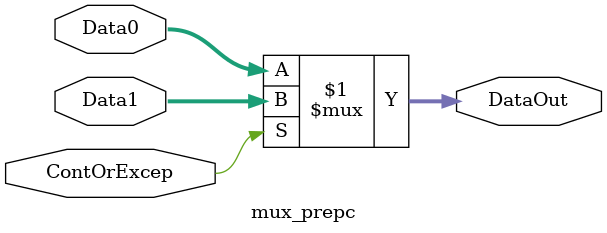
<source format=v>
module mux_prepc (
input wire ContOrExcep,
input wire[31:0] Data0,
input wire[31:0] Data1,
output wire[31:0] DataOut

);

assign DataOut = (ContOrExcep) ? Data1 : Data0;
endmodule
</source>
